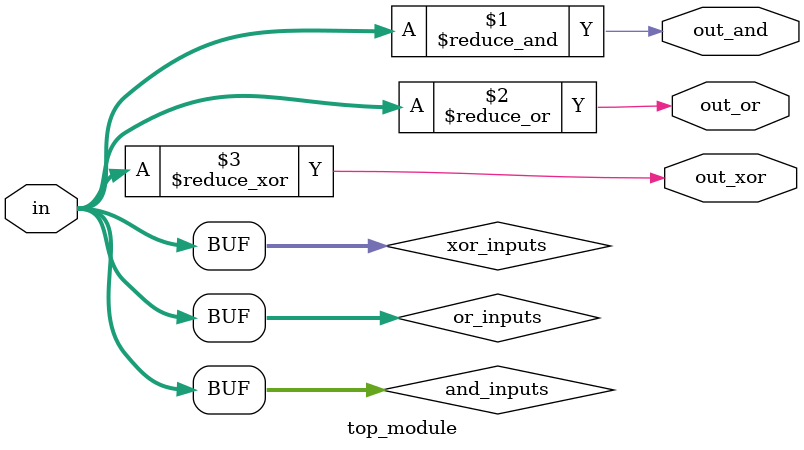
<source format=sv>
module top_module (
    input   [99:0]     in,
    output              out_and,
    output              out_or,
    output              out_xor
);

    wire     [99:0]     and_inputs;
    wire     [99:0]     or_inputs;
    wire     [99:0]     xor_inputs;

    assign and_inputs = in;
    assign or_inputs = in;
    assign xor_inputs = in;

    assign out_and = &and_inputs;
    assign out_or = |or_inputs;
    assign out_xor = ^xor_inputs;

endmodule

</source>
